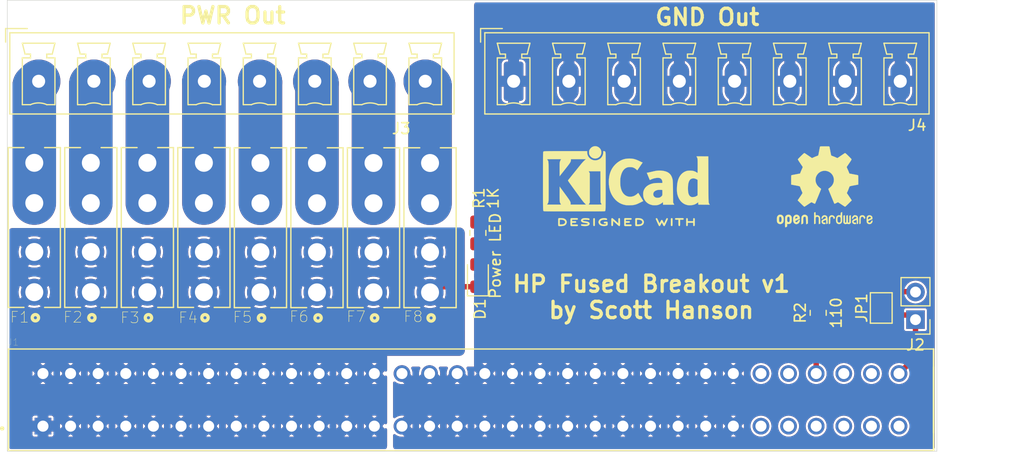
<source format=kicad_pcb>
(kicad_pcb (version 20211014) (generator pcbnew)
  (title_block (title "HP Fused Breakout") (date "2022-05-01") (rev "v1") (company "Scott Hanson"))
  (layers (0 "F.Cu" signal) (31 "B.Cu" signal) (34 "B.Paste" user) (35 "F.Paste" user) (36 "B.SilkS" user "B.Silkscreen") (37 "F.SilkS" user "F.Silkscreen") (38 "B.Mask" user) (39 "F.Mask" user) (44 "Edge.Cuts" user))
  (net 0 "")
  (net 1 "+12V")
  (net 2 "GND")
  (net 3 "Net-(F1-Pad2_1)")
  (net 4 "Net-(F2-Pad2_1)")
  (net 5 "Net-(F3-Pad2_1)")
  (net 6 "Net-(F4-Pad2_1)")
  (net 7 "Net-(F5-Pad2_1)")
  (net 8 "Net-(F6-Pad2_1)")
  (net 9 "Net-(F7-Pad2_1)")
  (net 10 "Net-(F8-Pad2_1)")
  (net 13 "Net-(J1-Pad36)")
  (net 15 "Net-(D1-Pad2)")
  (net 17 "Net-(J1-Pad33)")
  (net 24 "Net-(J2-Pad2)")
  (footprint "Resistor_SMD:R_0805_2012Metric_Pad1.20x1.40mm_HandSolder" (layer "F.Cu") (at 191.7 149.25 90)
    (fp_text reference "R2" (at 0 -1.65 90) (layer "F.SilkS"))
    (fp_text value "110" (at 0 1.65 90) (layer "F.SilkS"))
    (pad "1" smd roundrect (at -1 0 90) (size 1.2 1.4) (layers "F.Cu" "F.Paste" "F.Mask") (roundrect_rratio 0.208333) (net 13 "Net-(J1-Pad36)"))
    (pad "2" smd roundrect (at 1 0 90) (size 1.2 1.4) (layers "F.Cu" "F.Paste" "F.Mask") (roundrect_rratio 0.208333) (net 24 "Net-(J2-Pad2)"))
  )
  (footprint "LED_SMD:LED_0805_2012Metric_Pad1.15x1.40mm_HandSolder" (layer "F.Cu") (at 160.4 145.825 90)
    (fp_text reference "D1" (at -3.075 0.2 90) (layer "F.SilkS"))
    (fp_text value "Power LED" (at 1.825 1.6 90) (layer "F.SilkS"))
    (pad "1" smd roundrect (at -1.025 0 90) (size 1.15 1.4) (layers "F.Cu" "F.Paste" "F.Mask") (roundrect_rratio 0.217391) (net 1 "+12V"))
    (pad "2" smd roundrect (at 1.025 0 90) (size 1.15 1.4) (layers "F.Cu" "F.Paste" "F.Mask") (roundrect_rratio 0.217391) (net 15 "Net-(D1-Pad2)"))
  )
  (footprint "Resistor_SMD:R_0805_2012Metric_Pad1.20x1.40mm_HandSolder" (layer "F.Cu") (at 160.4 141.9 -90)
    (fp_text reference "R1" (at -3.2 -0.1 90) (layer "F.SilkS"))
    (fp_text value "1K" (at -3.2 -1.4 90) (layer "F.SilkS"))
    (pad "1" smd roundrect (at -1 0 270) (size 1.2 1.4) (layers "F.Cu" "F.Paste" "F.Mask") (roundrect_rratio 0.208333) (net 2 "GND"))
    (pad "2" smd roundrect (at 1 0 270) (size 1.2 1.4) (layers "F.Cu" "F.Paste" "F.Mask") (roundrect_rratio 0.208333) (net 15 "Net-(D1-Pad2)"))
  )
  (footprint "TE_1761469-1:TE_1761469-1" (layer "F.Cu") (at 159.766 157.2514)
    (fp_text reference "J1" (at -42.116 -5.3014) (layer "F.SilkS") (effects (font (size 0.640546 0.640546) (thickness 0.015))))
    (fp_text value "PS Conn")
    (pad "1" thru_hole rect locked (at -39.37 2.42) (size 1.53 1.53) (drill 1.02) (layers *.Cu *.Mask) (net 1 "+12V"))
    (pad "2" thru_hole circle locked (at -36.83 2.42) (size 1.53 1.53) (drill 1.02) (layers *.Cu *.Mask) (net 1 "+12V"))
    (pad "3" thru_hole circle locked (at -34.29 2.42) (size 1.53 1.53) (drill 1.02) (layers *.Cu *.Mask) (net 1 "+12V"))
    (pad "4" thru_hole circle locked (at -31.75 2.42) (size 1.53 1.53) (drill 1.02) (layers *.Cu *.Mask) (net 1 "+12V"))
    (pad "5" thru_hole circle locked (at -29.21 2.42) (size 1.53 1.53) (drill 1.02) (layers *.Cu *.Mask) (net 1 "+12V"))
    (pad "6" thru_hole circle locked (at -26.67 2.42) (size 1.53 1.53) (drill 1.02) (layers *.Cu *.Mask) (net 1 "+12V"))
    (pad "7" thru_hole circle locked (at -24.13 2.42) (size 1.53 1.53) (drill 1.02) (layers *.Cu *.Mask) (net 1 "+12V"))
    (pad "8" thru_hole circle locked (at -21.59 2.42) (size 1.53 1.53) (drill 1.02) (layers *.Cu *.Mask) (net 1 "+12V"))
    (pad "9" thru_hole circle locked (at -19.05 2.42) (size 1.53 1.53) (drill 1.02) (layers *.Cu *.Mask) (net 1 "+12V"))
    (pad "10" thru_hole circle locked (at -16.51 2.42) (size 1.53 1.53) (drill 1.02) (layers *.Cu *.Mask) (net 1 "+12V"))
    (pad "11" thru_hole circle locked (at -13.97 2.42) (size 1.53 1.53) (drill 1.02) (layers *.Cu *.Mask) (net 1 "+12V"))
    (pad "12" thru_hole circle locked (at -11.43 2.42) (size 1.53 1.53) (drill 1.02) (layers *.Cu *.Mask) (net 1 "+12V"))
    (pad "13" thru_hole circle locked (at -8.89 2.42) (size 1.53 1.53) (drill 1.02) (layers *.Cu *.Mask) (net 1 "+12V"))
    (pad "14" thru_hole circle locked (at -6.35 2.42) (size 1.53 1.53) (drill 1.02) (layers *.Cu *.Mask) (net 2 "GND"))
    (pad "15" thru_hole circle locked (at -3.81 2.42) (size 1.53 1.53) (drill 1.02) (layers *.Cu *.Mask) (net 2 "GND"))
    (pad "16" thru_hole circle locked (at -1.27 2.42) (size 1.53 1.53) (drill 1.02) (layers *.Cu *.Mask) (net 2 "GND"))
    (pad "17" thru_hole circle locked (at 1.27 2.42) (size 1.53 1.53) (drill 1.02) (layers *.Cu *.Mask) (net 2 "GND"))
    (pad "18" thru_hole circle locked (at 3.81 2.42) (size 1.53 1.53) (drill 1.02) (layers *.Cu *.Mask) (net 2 "GND"))
    (pad "19" thru_hole circle locked (at 6.35 2.42) (size 1.53 1.53) (drill 1.02) (layers *.Cu *.Mask) (net 2 "GND"))
    (pad "20" thru_hole circle locked (at 8.89 2.42) (size 1.53 1.53) (drill 1.02) (layers *.Cu *.Mask) (net 2 "GND"))
    (pad "21" thru_hole circle locked (at 11.43 2.42) (size 1.53 1.53) (drill 1.02) (layers *.Cu *.Mask) (net 2 "GND"))
    (pad "22" thru_hole circle locked (at 13.97 2.42) (size 1.53 1.53) (drill 1.02) (layers *.Cu *.Mask) (net 2 "GND"))
    (pad "23" thru_hole circle locked (at 16.51 2.42) (size 1.53 1.53) (drill 1.02) (layers *.Cu *.Mask) (net 2 "GND"))
    (pad "24" thru_hole circle locked (at 19.05 2.42) (size 1.53 1.53) (drill 1.02) (layers *.Cu *.Mask) (net 2 "GND"))
    (pad "25" thru_hole circle locked (at 21.59 2.42) (size 1.53 1.53) (drill 1.02) (layers *.Cu *.Mask) (net 2 "GND"))
    (pad "26" thru_hole circle locked (at 24.13 2.42) (size 1.53 1.53) (drill 1.02) (layers *.Cu *.Mask) (net 2 "GND"))
    (pad "27" thru_hole circle locked (at 26.67 2.42) (size 1.53 1.53) (drill 1.02) (layers *.Cu *.Mask))
    (pad "28" thru_hole circle locked (at 29.21 2.42) (size 1.53 1.53) (drill 1.02) (layers *.Cu *.Mask))
    (pad "29" thru_hole circle locked (at 31.75 2.42) (size 1.53 1.53) (drill 1.02) (layers *.Cu *.Mask))
    (pad "30" thru_hole circle locked (at 34.29 2.42) (size 1.53 1.53) (drill 1.02) (layers *.Cu *.Mask))
    (pad "31" thru_hole circle locked (at 36.83 2.42) (size 1.53 1.53) (drill 1.02) (layers *.Cu *.Mask))
    (pad "32" thru_hole circle locked (at 39.37 2.42) (size 1.53 1.53) (drill 1.02) (layers *.Cu *.Mask))
    (pad "33" thru_hole circle locked (at 39.37 -2.42) (size 1.53 1.53) (drill 1.02) (layers *.Cu *.Mask) (net 17 "Net-(J1-Pad33)"))
    (pad "34" thru_hole circle locked (at 36.83 -2.42) (size 1.53 1.53) (drill 1.02) (layers *.Cu *.Mask))
    (pad "35" thru_hole circle locked (at 34.29 -2.42) (size 1.53 1.53) (drill 1.02) (layers *.Cu *.Mask))
    (pad "36" thru_hole circle locked (at 31.75 -2.42) (size 1.53 1.53) (drill 1.02) (layers *.Cu *.Mask) (net 13 "Net-(J1-Pad36)"))
    (pad "37" thru_hole circle locked (at 29.21 -2.42) (size 1.53 1.53) (drill 1.02) (layers *.Cu *.Mask))
    (pad "38" thru_hole circle locked (at 26.67 -2.42) (size 1.53 1.53) (drill 1.02) (layers *.Cu *.Mask))
    (pad "39" thru_hole circle locked (at 24.13 -2.42) (size 1.53 1.53) (drill 1.02) (layers *.Cu *.Mask) (net 2 "GND"))
    (pad "40" thru_hole circle locked (at 21.59 -2.42) (size 1.53 1.53) (drill 1.02) (layers *.Cu *.Mask) (net 2 "GND"))
    (pad "41" thru_hole circle locked (at 19.05 -2.42) (size 1.53 1.53) (drill 1.02) (layers *.Cu *.Mask) (net 2 "GND"))
    (pad "42" thru_hole circle locked (at 16.51 -2.42) (size 1.53 1.53) (drill 1.02) (layers *.Cu *.Mask) (net 2 "GND"))
    (pad "43" thru_hole circle locked (at 13.97 -2.42) (size 1.53 1.53) (drill 1.02) (layers *.Cu *.Mask) (net 2 "GND"))
    (pad "44" thru_hole circle locked (at 11.43 -2.42) (size 1.53 1.53) (drill 1.02) (layers *.Cu *.Mask) (net 2 "GND"))
    (pad "45" thru_hole circle locked (at 8.89 -2.42) (size 1.53 1.53) (drill 1.02) (layers *.Cu *.Mask) (net 2 "GND"))
    (pad "46" thru_hole circle locked (at 6.35 -2.42) (size 1.53 1.53) (drill 1.02) (layers *.Cu *.Mask) (net 2 "GND"))
    (pad "47" thru_hole circle locked (at 3.81 -2.42) (size 1.53 1.53) (drill 1.02) (layers *.Cu *.Mask) (net 2 "GND"))
    (pad "48" thru_hole circle locked (at 1.27 -2.42) (size 1.53 1.53) (drill 1.02) (layers *.Cu *.Mask) (net 2 "GND"))
    (pad "49" thru_hole circle locked (at -1.27 -2.42) (size 1.53 1.53) (drill 1.02) (layers *.Cu *.Mask) (net 2 "GND"))
    (pad "50" thru_hole circle locked (at -3.81 -2.42) (size 1.53 1.53) (drill 1.02) (layers *.Cu *.Mask) (net 2 "GND"))
    (pad "51" thru_hole circle locked (at -6.35 -2.42) (size 1.53 1.53) (drill 1.02) (layers *.Cu *.Mask) (net 2 "GND"))
    (pad "52" thru_hole circle locked (at -8.89 -2.42) (size 1.53 1.53) (drill 1.02) (layers *.Cu *.Mask) (net 1 "+12V"))
    (pad "53" thru_hole circle locked (at -11.43 -2.42) (size 1.53 1.53) (drill 1.02) (layers *.Cu *.Mask) (net 1 "+12V"))
    (pad "54" thru_hole circle locked (at -13.97 -2.42) (size 1.53 1.53) (drill 1.02) (layers *.Cu *.Mask) (net 1 "+12V"))
    (pad "55" thru_hole circle locked (at -16.51 -2.42) (size 1.53 1.53) (drill 1.02) (layers *.Cu *.Mask) (net 1 "+12V"))
    (pad "56" thru_hole circle locked (at -19.05 -2.42) (size 1.53 1.53) (drill 1.02) (layers *.Cu *.Mask) (net 1 "+12V"))
    (pad "57" thru_hole circle locked (at -21.59 -2.42) (size 1.53 1.53) (drill 1.02) (layers *.Cu *.Mask) (net 1 "+12V"))
    (pad "58" thru_hole circle locked (at -24.13 -2.42) (size 1.53 1.53) (drill 1.02) (layers *.Cu *.Mask) (net 1 "+12V"))
    (pad "59" thru_hole circle locked (at -26.67 -2.42) (size 1.53 1.53) (drill 1.02) (layers *.Cu *.Mask) (net 1 "+12V"))
    (pad "60" thru_hole circle locked (at -29.21 -2.42) (size 1.53 1.53) (drill 1.02) (layers *.Cu *.Mask) (net 1 "+12V"))
    (pad "61" thru_hole circle locked (at -31.75 -2.42) (size 1.53 1.53) (drill 1.02) (layers *.Cu *.Mask) (net 1 "+12V"))
    (pad "62" thru_hole circle locked (at -34.29 -2.42) (size 1.53 1.53) (drill 1.02) (layers *.Cu *.Mask) (net 1 "+12V"))
    (pad "63" thru_hole circle locked (at -36.83 -2.42) (size 1.53 1.53) (drill 1.02) (layers *.Cu *.Mask) (net 1 "+12V"))
    (pad "64" thru_hole circle locked (at -39.37 -2.42) (size 1.53 1.53) (drill 1.02) (layers *.Cu *.Mask) (net 1 "+12V"))
  )
  (footprint "Symbol:OSHW-Logo2_9.8x8mm_SilkScreen" (layer "F.Cu") (at 192.3 137.65)
    (fp_text reference "REF**" hide)
    (fp_text value "OSHW-Logo2_9.8x8mm_SilkScreen" hide)
  )
  (footprint "Connector_Phoenix_MC_HighVoltage:PhoenixContact_MCV_1,5_8-G-5.08_1x08_P5.08mm_Vertical" (layer "F.Cu") (at 163.6875 127.95)
    (fp_text reference "J4" (at 37.1125 4.05) (layer "F.SilkS"))
    (fp_text value "GND Out" (at 17.8125 -5.9) (layer "F.SilkS") (effects (font (size 1.5 1.5) (thickness 0.3))))
    (pad "1" thru_hole roundrect (at 0 0) (size 1.8 3.6) (drill 1.2) (layers *.Cu *.Mask) (roundrect_rratio 0.138889) (net 2 "GND"))
    (pad "2" thru_hole oval (at 5.08 0) (size 1.8 3.6) (drill 1.2) (layers *.Cu *.Mask) (net 2 "GND"))
    (pad "3" thru_hole oval (at 10.16 0) (size 1.8 3.6) (drill 1.2) (layers *.Cu *.Mask) (net 2 "GND"))
    (pad "4" thru_hole oval (at 15.24 0) (size 1.8 3.6) (drill 1.2) (layers *.Cu *.Mask) (net 2 "GND"))
    (pad "5" thru_hole oval (at 20.32 0) (size 1.8 3.6) (drill 1.2) (layers *.Cu *.Mask) (net 2 "GND"))
    (pad "6" thru_hole oval (at 25.4 0) (size 1.8 3.6) (drill 1.2) (layers *.Cu *.Mask) (net 2 "GND"))
    (pad "7" thru_hole oval (at 30.48 0) (size 1.8 3.6) (drill 1.2) (layers *.Cu *.Mask) (net 2 "GND"))
    (pad "8" thru_hole oval (at 35.56 0) (size 1.8 3.6) (drill 1.2) (layers *.Cu *.Mask) (net 2 "GND"))
  )
  (footprint "Symbol:KiCad-Logo2_6mm_SilkScreen" (layer "F.Cu") (at 174.05 136.9)
    (fp_text reference "REF**" hide)
    (fp_text value "KiCad-Logo2_6mm_SilkScreen" hide)
  )
  (footprint "3544-2:FUSE_3544-2" (layer "F.Cu") (at 135.2 141.4 90)
    (fp_text reference "F4" (at -8.3 -1.45 180) (layer "F.SilkS") (effects (font (thickness 0.05))))
    (fp_text value "3544-2_SM")
    (pad "1_1" thru_hole circle locked (at -5.95 0 90) (size 2.475 2.475) (drill 1.65) (layers *.Cu *.Mask) (net 1 "+12V"))
    (pad "1_2" thru_hole circle locked (at -2.25 0 90) (size 2.475 2.475) (drill 1.65) (layers *.Cu *.Mask) (net 1 "+12V"))
    (pad "2_1" thru_hole circle locked (at 2.25 0 90) (size 2.475 2.475) (drill 1.65) (layers *.Cu *.Mask) (net 6 "Net-(F4-Pad2_1)"))
    (pad "2_2" thru_hole circle locked (at 5.95 0 90) (size 2.475 2.475) (drill 1.65) (layers *.Cu *.Mask) (net 6 "Net-(F4-Pad2_1)"))
  )
  (footprint "3544-2:FUSE_3544-2" (layer "F.Cu") (at 124.8 141.4 90)
    (fp_text reference "F2" (at -8.25 -1.65 180) (layer "F.SilkS") (effects (font (thickness 0.05))))
    (fp_text value "3544-2_SM")
    (pad "1_1" thru_hole circle locked (at -5.95 0 90) (size 2.475 2.475) (drill 1.65) (layers *.Cu *.Mask) (net 1 "+12V"))
    (pad "1_2" thru_hole circle locked (at -2.25 0 90) (size 2.475 2.475) (drill 1.65) (layers *.Cu *.Mask) (net 1 "+12V"))
    (pad "2_1" thru_hole circle locked (at 2.25 0 90) (size 2.475 2.475) (drill 1.65) (layers *.Cu *.Mask) (net 4 "Net-(F2-Pad2_1)"))
    (pad "2_2" thru_hole circle locked (at 5.95 0 90) (size 2.475 2.475) (drill 1.65) (layers *.Cu *.Mask) (net 4 "Net-(F2-Pad2_1)"))
  )
  (footprint "3544-2:FUSE_3544-2" (layer "F.Cu") (at 150.8 141.41679 90)
    (fp_text reference "F7" (at -8.18321 -1.6 180) (layer "F.SilkS") (effects (font (thickness 0.05))))
    (fp_text value "3544-2_SM")
    (pad "1_1" thru_hole circle locked (at -5.95 0 90) (size 2.475 2.475) (drill 1.65) (layers *.Cu *.Mask) (net 1 "+12V"))
    (pad "1_2" thru_hole circle locked (at -2.25 0 90) (size 2.475 2.475) (drill 1.65) (layers *.Cu *.Mask) (net 1 "+12V"))
    (pad "2_1" thru_hole circle locked (at 2.25 0 90) (size 2.475 2.475) (drill 1.65) (layers *.Cu *.Mask) (net 9 "Net-(F7-Pad2_1)"))
    (pad "2_2" thru_hole circle locked (at 5.95 0 90) (size 2.475 2.475) (drill 1.65) (layers *.Cu *.Mask) (net 9 "Net-(F7-Pad2_1)"))
  )
  (footprint "Connector_Phoenix_MC_HighVoltage:PhoenixContact_MCV_1,5_8-G-5.08_1x08_P5.08mm_Vertical" (layer "F.Cu") (at 120 127.95)
    (fp_text reference "J3" (at 33.35 4.35) (layer "F.SilkS"))
    (fp_text value "PWR Out" (at 17.85 -6.05) (layer "F.SilkS") (effects (font (size 1.5 1.5) (thickness 0.3))))
    (pad "1" thru_hole roundrect (at 0 0) (size 1.8 3.6) (drill 1.2) (layers *.Cu *.Mask) (roundrect_rratio 0.138889) (net 3 "Net-(F1-Pad2_1)"))
    (pad "2" thru_hole oval (at 5.08 0) (size 1.8 3.6) (drill 1.2) (layers *.Cu *.Mask) (net 4 "Net-(F2-Pad2_1)"))
    (pad "3" thru_hole oval (at 10.16 0) (size 1.8 3.6) (drill 1.2) (layers *.Cu *.Mask) (net 5 "Net-(F3-Pad2_1)"))
    (pad "4" thru_hole oval (at 15.24 0) (size 1.8 3.6) (drill 1.2) (layers *.Cu *.Mask) (net 6 "Net-(F4-Pad2_1)"))
    (pad "5" thru_hole oval (at 20.32 0) (size 1.8 3.6) (drill 1.2) (layers *.Cu *.Mask) (net 7 "Net-(F5-Pad2_1)"))
    (pad "6" thru_hole oval (at 25.4 0) (size 1.8 3.6) (drill 1.2) (layers *.Cu *.Mask) (net 8 "Net-(F6-Pad2_1)"))
    (pad "7" thru_hole oval (at 30.48 0) (size 1.8 3.6) (drill 1.2) (layers *.Cu *.Mask) (net 9 "Net-(F7-Pad2_1)"))
    (pad "8" thru_hole oval (at 35.56 0) (size 1.8 3.6) (drill 1.2) (layers *.Cu *.Mask) (net 10 "Net-(F8-Pad2_1)"))
  )
  (footprint "3544-2:FUSE_3544-2" (layer "F.Cu") (at 140.4 141.41679 90)
    (fp_text reference "F5" (at -8.23321 -1.65 180) (layer "F.SilkS") (effects (font (thickness 0.05))))
    (fp_text value "3544-2_SM")
    (pad "1_1" thru_hole circle locked (at -5.95 0 90) (size 2.475 2.475) (drill 1.65) (layers *.Cu *.Mask) (net 1 "+12V"))
    (pad "1_2" thru_hole circle locked (at -2.25 0 90) (size 2.475 2.475) (drill 1.65) (layers *.Cu *.Mask) (net 1 "+12V"))
    (pad "2_1" thru_hole circle locked (at 2.25 0 90) (size 2.475 2.475) (drill 1.65) (layers *.Cu *.Mask) (net 7 "Net-(F5-Pad2_1)"))
    (pad "2_2" thru_hole circle locked (at 5.95 0 90) (size 2.475 2.475) (drill 1.65) (layers *.Cu *.Mask) (net 7 "Net-(F5-Pad2_1)"))
  )
  (footprint "3544-2:FUSE_3544-2" (layer "F.Cu") (at 145.6 141.41679 90)
    (fp_text reference "F6" (at -8.18321 -1.65 180) (layer "F.SilkS") (effects (font (thickness 0.05))))
    (fp_text value "3544-2_SM")
    (pad "1_1" thru_hole circle locked (at -5.95 0 90) (size 2.475 2.475) (drill 1.65) (layers *.Cu *.Mask) (net 1 "+12V"))
    (pad "1_2" thru_hole circle locked (at -2.25 0 90) (size 2.475 2.475) (drill 1.65) (layers *.Cu *.Mask) (net 1 "+12V"))
    (pad "2_1" thru_hole circle locked (at 2.25 0 90) (size 2.475 2.475) (drill 1.65) (layers *.Cu *.Mask) (net 8 "Net-(F6-Pad2_1)"))
    (pad "2_2" thru_hole circle locked (at 5.95 0 90) (size 2.475 2.475) (drill 1.65) (layers *.Cu *.Mask) (net 8 "Net-(F6-Pad2_1)"))
  )
  (footprint "3544-2:FUSE_3544-2" (layer "F.Cu") (at 119.6 141.4 90)
    (fp_text reference "F1" (at -8.25 -1.35 180) (layer "F.SilkS") (effects (font (thickness 0.05))))
    (fp_text value "3544-2_SM")
    (pad "1_1" thru_hole circle locked (at -5.95 0 90) (size 2.475 2.475) (drill 1.65) (layers *.Cu *.Mask) (net 1 "+12V"))
    (pad "1_2" thru_hole circle locked (at -2.25 0 90) (size 2.475 2.475) (drill 1.65) (layers *.Cu *.Mask) (net 1 "+12V"))
    (pad "2_1" thru_hole circle locked (at 2.25 0 90) (size 2.475 2.475) (drill 1.65) (layers *.Cu *.Mask) (net 3 "Net-(F1-Pad2_1)"))
    (pad "2_2" thru_hole circle locked (at 5.95 0 90) (size 2.475 2.475) (drill 1.65) (layers *.Cu *.Mask) (net 3 "Net-(F1-Pad2_1)"))
  )
  (footprint "3544-2:FUSE_3544-2" (layer "F.Cu") (at 156 141.41679 90)
    (fp_text reference "F8" (at -8.18321 -1.55 180) (layer "F.SilkS") (effects (font (thickness 0.05))))
    (fp_text value "3544-2_SM")
    (pad "1_1" thru_hole circle locked (at -5.95 0 90) (size 2.475 2.475) (drill 1.65) (layers *.Cu *.Mask) (net 1 "+12V"))
    (pad "1_2" thru_hole circle locked (at -2.25 0 90) (size 2.475 2.475) (drill 1.65) (layers *.Cu *.Mask) (net 1 "+12V"))
    (pad "2_1" thru_hole circle locked (at 2.25 0 90) (size 2.475 2.475) (drill 1.65) (layers *.Cu *.Mask) (net 10 "Net-(F8-Pad2_1)"))
    (pad "2_2" thru_hole circle locked (at 5.95 0 90) (size 2.475 2.475) (drill 1.65) (layers *.Cu *.Mask) (net 10 "Net-(F8-Pad2_1)"))
  )
  (footprint "Connector_PinHeader_2.54mm:PinHeader_1x02_P2.54mm_Vertical" (layer "F.Cu") (at 200.65 149.875 180)
    (fp_text reference "J2" (at 0 -2.33) (layer "F.SilkS"))
    (fp_text value "Conn_01x02_Male")
    (pad "1" thru_hole rect (at 0 0 180) (size 1.7 1.7) (drill 1) (layers *.Cu *.Mask) (net 17 "Net-(J1-Pad33)"))
    (pad "2" thru_hole oval (at 0 2.54 180) (size 1.7 1.7) (drill 1) (layers *.Cu *.Mask) (net 24 "Net-(J2-Pad2)"))
  )
  (footprint "3544-2:FUSE_3544-2" (layer "F.Cu") (at 130 141.4 90)
    (fp_text reference "F3" (at -8.3 -1.6 180) (layer "F.SilkS") (effects (font (thickness 0.05))))
    (fp_text value "3544-2_SM")
    (pad "1_1" thru_hole circle locked (at -5.95 0 90) (size 2.475 2.475) (drill 1.65) (layers *.Cu *.Mask) (net 1 "+12V"))
    (pad "1_2" thru_hole circle locked (at -2.25 0 90) (size 2.475 2.475) (drill 1.65) (layers *.Cu *.Mask) (net 1 "+12V"))
    (pad "2_1" thru_hole circle locked (at 2.25 0 90) (size 2.475 2.475) (drill 1.65) (layers *.Cu *.Mask) (net 5 "Net-(F3-Pad2_1)"))
    (pad "2_2" thru_hole circle locked (at 5.95 0 90) (size 2.475 2.475) (drill 1.65) (layers *.Cu *.Mask) (net 5 "Net-(F3-Pad2_1)"))
  )
  (footprint "Jumper:SolderJumper-2_P1.3mm_Bridged_Pad1.0x1.5mm" (layer "F.Cu") (at 197.5 148.8 90)
    (fp_text reference "JP1" (at 0 -1.8 90) (layer "F.SilkS"))
    (fp_text value "SolderJumper_2_Bridged")
    (fp_poly (pts (xy -0.25 -0.3) (xy 0.25 -0.3) (xy 0.25 0.3) (xy -0.25 0.3)) (layer "F.Cu") (width 0) (fill solid))
    (pad "1" smd rect (at -0.65 0 90) (size 1 1.5) (layers "F.Cu" "F.Mask") (net 17 "Net-(J1-Pad33)"))
    (pad "2" smd rect (at 0.65 0 90) (size 1 1.5) (layers "F.Cu" "F.Mask") (net 24 "Net-(J2-Pad2)"))
  )
  (gr_line (start 117.1194 120.5) (end 117.1194 161.9758) (layer "Edge.Cuts") (width 0.05))
  (gr_line (start 117.1194 161.9758) (end 202.6158 161.9758) (layer "Edge.Cuts") (width 0.05))
  (gr_line (start 202.6158 161.9758) (end 202.6158 120.5) (layer "Edge.Cuts") (width 0.05))
  (gr_line (start 202.6158 120.5) (end 117.1194 120.5) (layer "Edge.Cuts") (width 0.05))
  (gr_text "${TITLE} ${REVISION}\nby ${COMPANY}" (at 176.35 147.8) (layer "F.SilkS") (effects (font (size 1.5 1.5) (thickness 0.3))))
  (segment (start 156.08358 146.85) (end 156.05 146.88358) (width 0.5) (layer "F.Cu") (net 1))
  (segment (start 160.4 146.85) (end 156.08358 146.85) (width 0.5) (layer "F.Cu") (net 1))
  (segment (start 119.6 128.35) (end 120 127.95) (width 4) (layer "F.Cu") (net 3))
  (segment (start 119.6 139.15) (end 119.6 128.35) (width 4) (layer "F.Cu") (net 3))
  (segment (start 119.6 128.35) (end 120 127.95) (width 4) (layer "B.Cu") (net 3))
  (segment (start 119.6 139.15) (end 119.6 128.35) (width 4) (layer "B.Cu") (net 3))
  (segment (start 124.8 128.23) (end 125.08 127.95) (width 4) (layer "F.Cu") (net 4))
  (segment (start 124.8 139.15) (end 124.8 128.23) (width 4) (layer "F.Cu") (net 4))
  (segment (start 124.8 139.15) (end 124.8 128.23) (width 4) (layer "B.Cu") (net 4))
  (segment (start 124.8 128.23) (end 125.08 127.95) (width 4) (layer "B.Cu") (net 4))
  (segment (start 130 139.15) (end 130 128.11) (width 4) (layer "F.Cu") (net 5))
  (segment (start 130 128.11) (end 130.16 127.95) (width 4) (layer "F.Cu") (net 5))
  (segment (start 130 139.15) (end 130 128.11) (width 4) (layer "B.Cu") (net 5))
  (segment (start 130 128.11) (end 130.16 127.95) (width 4) (layer "B.Cu") (net 5))
  (segment (start 135.2 127.99) (end 135.24 127.95) (width 4) (layer "F.Cu") (net 6))
  (segment (start 135.2 139.15) (end 135.2 127.99) (width 4) (layer "F.Cu") (net 6))
  (segment (start 135.2 139.15) (end 135.2 127.99) (width 4) (layer "B.Cu") (net 6))
  (segment (start 135.2 127.99) (end 135.24 127.95) (width 4) (layer "B.Cu") (net 6))
  (segment (start 140.4 139.16679) (end 140.4 128.03) (width 4) (layer "F.Cu") (net 7))
  (segment (start 140.4 128.03) (end 140.32 127.95) (width 4) (layer "F.Cu") (net 7))
  (segment (start 140.4 139.16679) (end 140.4 128.03) (width 4) (layer "B.Cu") (net 7))
  (segment (start 140.4 128.03) (end 140.32 127.95) (width 4) (layer "B.Cu") (net 7))
  (segment (start 145.6 128.15) (end 145.4 127.95) (width 4) (layer "F.Cu") (net 8))
  (segment (start 145.6 139.16679) (end 145.6 128.15) (width 4) (layer "F.Cu") (net 8))
  (segment (start 145.6 139.16679) (end 145.6 128.15) (width 4) (layer "B.Cu") (net 8))
  (segment (start 145.6 128.15) (end 145.4 127.95) (width 4) (layer "B.Cu") (net 8))
  (segment (start 150.8 128.27) (end 150.48 127.95) (width 4) (layer "F.Cu") (net 9))
  (segment (start 150.8 139.16679) (end 150.8 128.27) (width 4) (layer "F.Cu") (net 9))
  (segment (start 150.8 139.16679) (end 150.8 128.27) (width 4) (layer "B.Cu") (net 9))
  (segment (start 150.8 128.27) (end 150.48 127.95) (width 4) (layer "B.Cu") (net 9))
  (segment (start 156 139.16679) (end 156 128.39) (width 4) (layer "F.Cu") (net 10))
  (segment (start 156 128.39) (end 155.56 127.95) (width 4) (layer "F.Cu") (net 10))
  (segment (start 156 128.39) (end 155.56 127.95) (width 4) (layer "B.Cu") (net 10))
  (segment (start 156 139.16679) (end 156 128.39) (width 4) (layer "B.Cu") (net 10))
  (segment (start 191.516 150.434) (end 191.7 150.25) (width 0.5) (layer "F.Cu") (net 13))
  (segment (start 191.516 154.8314) (end 191.516 150.434) (width 0.5) (layer "F.Cu") (net 13))
  (segment (start 160.4 142.9) (end 160.4 144.8) (width 0.5) (layer "F.Cu") (net 15))
  (segment (start 200.65 153.3174) (end 199.136 154.8314) (width 0.5) (layer "F.Cu") (net 17))
  (segment (start 197.5 149.45) (end 200.225 149.45) (width 0.5) (layer "F.Cu") (net 17))
  (segment (start 200.225 149.45) (end 200.65 149.875) (width 0.5) (layer "F.Cu") (net 17))
  (segment (start 200.65 149.875) (end 200.65 153.3174) (width 0.5) (layer "F.Cu") (net 17))
  (segment (start 198.35 147.3) (end 200.615 147.3) (width 0.5) (layer "F.Cu") (net 24))
  (segment (start 200.615 147.3) (end 200.65 147.335) (width 0.5) (layer "F.Cu") (net 24))
  (segment (start 191.7 148.25) (end 191.8 148.15) (width 0.5) (layer "F.Cu") (net 24))
  (segment (start 191.8 148.15) (end 197.5 148.15) (width 0.5) (layer "F.Cu") (net 24))
  (segment (start 197.5 148.15) (end 198.35 147.3) (width 0.5) (layer "F.Cu") (net 24))
  (zone (net 2) (net_name "GND") (layers F&B.Cu) (connect_pads (clearance 0.2)) (min_thickness 0.254) (fill yes (thermal_gap 0.208) (thermal_bridge_width 1) (smoothing fillet) (radius 0.5))
    (polygon (pts (xy 202.65 120.5) (xy 202.65 162.45) (xy 152.6 162.4) (xy 152.6 154.2) (xy 160.05 154.2) (xy 160.05 120.5)))
  )
  (zone (net 1) (net_name "+12V") (layers F&B.Cu) (connect_pads (clearance 0.2)) (min_thickness 0.254) (fill yes (thermal_gap 0.208) (thermal_bridge_width 1) (smoothing fillet) (radius 0.5))
    (polygon (pts (xy 159.2 153.2) (xy 152.05 153.2) (xy 152.048439 162.476089) (xy 116.9 162.526089) (xy 116.9 141.45) (xy 159.190807 141.4)))
  )
)
</source>
